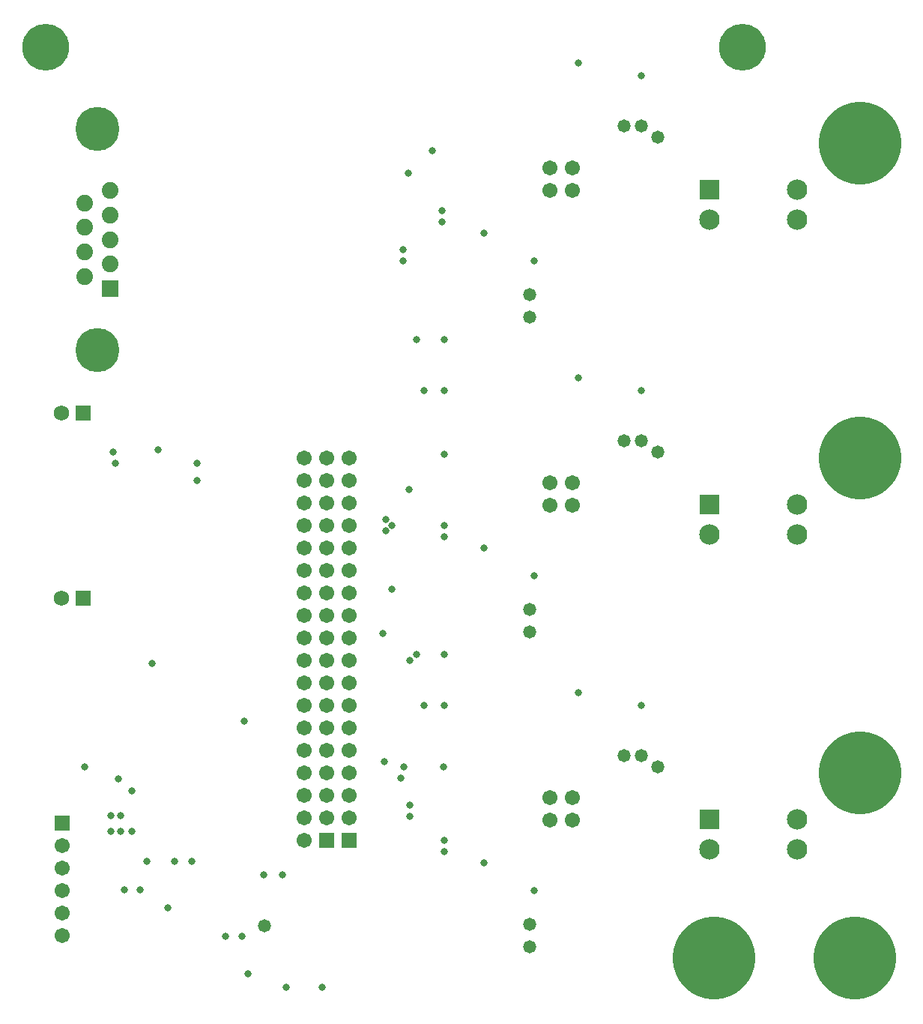
<source format=gbs>
G04*
G04 #@! TF.GenerationSoftware,Altium Limited,Altium Designer,19.1.7 (138)*
G04*
G04 Layer_Color=16711935*
%FSLAX25Y25*%
%MOIN*%
G70*
G01*
G75*
%ADD55C,0.06706*%
%ADD56R,0.06706X0.06706*%
%ADD57C,0.19540*%
%ADD58R,0.07453X0.07453*%
%ADD59C,0.07453*%
%ADD60C,0.06800*%
%ADD61R,0.06800X0.06800*%
%ADD62C,0.09068*%
%ADD63R,0.09068X0.09068*%
%ADD64C,0.03200*%
%ADD65C,0.05800*%
%ADD66C,0.20800*%
%ADD67C,0.36800*%
D55*
X632000Y549000D02*
D03*
X622000D02*
D03*
X632000Y559000D02*
D03*
X622000D02*
D03*
X632000Y409000D02*
D03*
X622000D02*
D03*
X632000Y419000D02*
D03*
X622000D02*
D03*
X632000Y269000D02*
D03*
X622000D02*
D03*
X632000Y279000D02*
D03*
X622000D02*
D03*
X512500Y430000D02*
D03*
X522500D02*
D03*
X512500Y420000D02*
D03*
X522500D02*
D03*
X512500Y410000D02*
D03*
X522500D02*
D03*
X512500Y400000D02*
D03*
X522500D02*
D03*
X512500Y390000D02*
D03*
X522500D02*
D03*
X512500Y380000D02*
D03*
X522500D02*
D03*
X512500Y370000D02*
D03*
X522500D02*
D03*
X512500Y360000D02*
D03*
X522500D02*
D03*
X512500Y350000D02*
D03*
X522500D02*
D03*
X512500Y340000D02*
D03*
X522500D02*
D03*
X512500Y330000D02*
D03*
X522500D02*
D03*
X512500Y320000D02*
D03*
X522500D02*
D03*
X512500Y310000D02*
D03*
X522500D02*
D03*
X512500Y300000D02*
D03*
X522500D02*
D03*
X512500Y290000D02*
D03*
X522500D02*
D03*
X512500Y280000D02*
D03*
X522500D02*
D03*
X512500Y270000D02*
D03*
X522500D02*
D03*
X512500Y260000D02*
D03*
X532500Y430000D02*
D03*
Y420000D02*
D03*
Y410000D02*
D03*
Y400000D02*
D03*
Y390000D02*
D03*
Y380000D02*
D03*
Y370000D02*
D03*
Y360000D02*
D03*
Y350000D02*
D03*
Y340000D02*
D03*
Y330000D02*
D03*
Y320000D02*
D03*
Y310000D02*
D03*
Y300000D02*
D03*
Y290000D02*
D03*
Y280000D02*
D03*
Y270000D02*
D03*
X405000Y257500D02*
D03*
Y247500D02*
D03*
Y237500D02*
D03*
Y227500D02*
D03*
Y217500D02*
D03*
D56*
X522500Y260000D02*
D03*
X532500D02*
D03*
X405000Y267500D02*
D03*
D57*
X420590Y576240D02*
D03*
Y477854D02*
D03*
D58*
X426181Y505236D02*
D03*
D59*
X415000Y510689D02*
D03*
X426181Y516142D02*
D03*
X415000Y521594D02*
D03*
X426181Y527047D02*
D03*
X415000Y532500D02*
D03*
X426181Y537953D02*
D03*
X415000Y543405D02*
D03*
X426181Y548858D02*
D03*
D60*
X404500Y367500D02*
D03*
Y450000D02*
D03*
D61*
X414343Y367500D02*
D03*
Y450000D02*
D03*
D62*
X693012Y255807D02*
D03*
X731988D02*
D03*
Y269193D02*
D03*
X693012Y395807D02*
D03*
X731988D02*
D03*
Y409193D02*
D03*
Y549193D02*
D03*
Y535807D02*
D03*
X693012D02*
D03*
D63*
Y269193D02*
D03*
Y409193D02*
D03*
Y549193D02*
D03*
D64*
X504576Y194521D02*
D03*
X520500Y194500D02*
D03*
X487500Y200500D02*
D03*
X548304Y294798D02*
D03*
X555500Y287551D02*
D03*
X556500Y522500D02*
D03*
X547500Y352000D02*
D03*
X559500Y340000D02*
D03*
X549000Y402500D02*
D03*
Y397500D02*
D03*
X551500Y400000D02*
D03*
Y371500D02*
D03*
X559500Y270500D02*
D03*
Y275500D02*
D03*
X556500Y517500D02*
D03*
X559250Y416000D02*
D03*
X559000Y556500D02*
D03*
X575000Y431500D02*
D03*
X557000Y292500D02*
D03*
X574000Y540000D02*
D03*
X569500Y566500D02*
D03*
X447500Y433500D02*
D03*
X430012Y287205D02*
D03*
X486061Y312795D02*
D03*
X494500Y244500D02*
D03*
X503000D02*
D03*
X439500Y238000D02*
D03*
X432625D02*
D03*
X436000Y282000D02*
D03*
X426500Y271000D02*
D03*
X431000D02*
D03*
X436000Y264000D02*
D03*
X431000D02*
D03*
X426500Y263941D02*
D03*
X452000Y230000D02*
D03*
X574500Y292500D02*
D03*
X465000Y420000D02*
D03*
Y427500D02*
D03*
X427500Y432500D02*
D03*
X428500Y427500D02*
D03*
X485000Y217244D02*
D03*
X477500D02*
D03*
X445000Y338500D02*
D03*
X562500Y342500D02*
D03*
X455000Y250500D02*
D03*
X442500D02*
D03*
X414953Y292500D02*
D03*
X566000Y320000D02*
D03*
X562500Y482500D02*
D03*
X575000D02*
D03*
X566000Y460000D02*
D03*
X575000D02*
D03*
Y320000D02*
D03*
Y342500D02*
D03*
Y400000D02*
D03*
X574000Y535000D02*
D03*
X575000Y395000D02*
D03*
Y260000D02*
D03*
Y255000D02*
D03*
X634494Y325506D02*
D03*
Y465506D02*
D03*
X634500Y605500D02*
D03*
X462500Y250500D02*
D03*
X615000Y237500D02*
D03*
X592500Y250000D02*
D03*
X662500Y320000D02*
D03*
X615000Y377500D02*
D03*
X592500Y390000D02*
D03*
X662500Y460000D02*
D03*
X615000Y517500D02*
D03*
X592500Y530000D02*
D03*
X662500Y600000D02*
D03*
D65*
X495000Y222000D02*
D03*
X655000Y297500D02*
D03*
X662500D02*
D03*
X670000Y292500D02*
D03*
X613000Y222500D02*
D03*
Y212500D02*
D03*
X670000Y432500D02*
D03*
X655000Y437500D02*
D03*
X662500D02*
D03*
X613000Y362500D02*
D03*
Y352500D02*
D03*
X662500Y577500D02*
D03*
X670000Y572500D02*
D03*
X655000Y577500D02*
D03*
X613000Y502500D02*
D03*
Y492500D02*
D03*
D66*
X397500Y612500D02*
D03*
X707500D02*
D03*
D67*
X695000Y207500D02*
D03*
X757500D02*
D03*
X760000Y570000D02*
D03*
Y290000D02*
D03*
Y430000D02*
D03*
M02*

</source>
